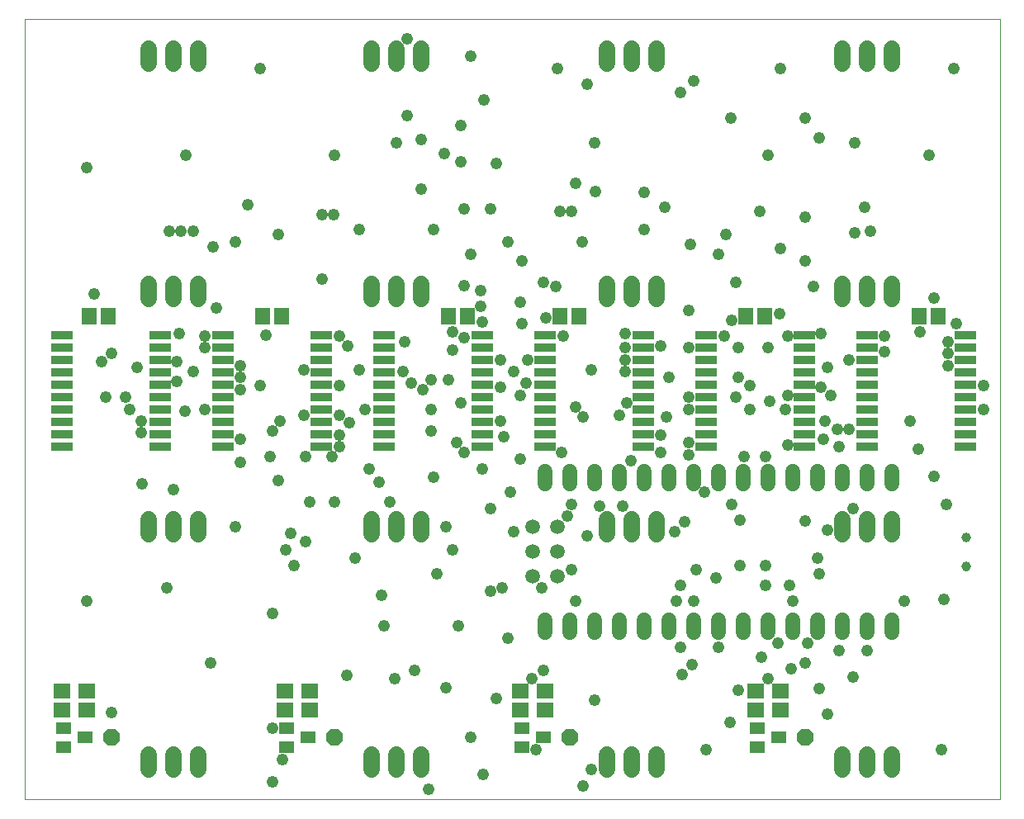
<source format=gbs>
G75*
%MOIN*%
%OFA0B0*%
%FSLAX25Y25*%
%IPPOS*%
%LPD*%
%AMOC8*
5,1,8,0,0,1.08239X$1,22.5*
%
%ADD10C,0.00000*%
%ADD11R,0.08800X0.03400*%
%ADD12C,0.06800*%
%ADD13C,0.05950*%
%ADD14C,0.05950*%
%ADD15OC8,0.06800*%
%ADD16R,0.06312X0.04737*%
%ADD17R,0.06706X0.05918*%
%ADD18R,0.05918X0.06706*%
%ADD19C,0.03950*%
%ADD20C,0.04800*%
D10*
X0001800Y0001800D02*
X0001800Y0316761D01*
X0395501Y0316761D01*
X0395501Y0001800D01*
X0001800Y0001800D01*
X0380225Y0095894D02*
X0380227Y0095973D01*
X0380233Y0096052D01*
X0380243Y0096131D01*
X0380257Y0096209D01*
X0380274Y0096286D01*
X0380296Y0096362D01*
X0380321Y0096437D01*
X0380351Y0096510D01*
X0380383Y0096582D01*
X0380420Y0096653D01*
X0380460Y0096721D01*
X0380503Y0096787D01*
X0380549Y0096851D01*
X0380599Y0096913D01*
X0380652Y0096972D01*
X0380707Y0097028D01*
X0380766Y0097082D01*
X0380827Y0097132D01*
X0380890Y0097180D01*
X0380956Y0097224D01*
X0381024Y0097265D01*
X0381094Y0097302D01*
X0381165Y0097336D01*
X0381239Y0097366D01*
X0381313Y0097392D01*
X0381389Y0097414D01*
X0381466Y0097433D01*
X0381544Y0097448D01*
X0381622Y0097459D01*
X0381701Y0097466D01*
X0381780Y0097469D01*
X0381859Y0097468D01*
X0381938Y0097463D01*
X0382017Y0097454D01*
X0382095Y0097441D01*
X0382172Y0097424D01*
X0382249Y0097404D01*
X0382324Y0097379D01*
X0382398Y0097351D01*
X0382471Y0097319D01*
X0382541Y0097284D01*
X0382610Y0097245D01*
X0382677Y0097202D01*
X0382742Y0097156D01*
X0382804Y0097108D01*
X0382864Y0097056D01*
X0382921Y0097001D01*
X0382975Y0096943D01*
X0383026Y0096883D01*
X0383074Y0096820D01*
X0383119Y0096755D01*
X0383161Y0096687D01*
X0383199Y0096618D01*
X0383233Y0096547D01*
X0383264Y0096474D01*
X0383292Y0096399D01*
X0383315Y0096324D01*
X0383335Y0096247D01*
X0383351Y0096170D01*
X0383363Y0096091D01*
X0383371Y0096013D01*
X0383375Y0095934D01*
X0383375Y0095854D01*
X0383371Y0095775D01*
X0383363Y0095697D01*
X0383351Y0095618D01*
X0383335Y0095541D01*
X0383315Y0095464D01*
X0383292Y0095389D01*
X0383264Y0095314D01*
X0383233Y0095241D01*
X0383199Y0095170D01*
X0383161Y0095101D01*
X0383119Y0095033D01*
X0383074Y0094968D01*
X0383026Y0094905D01*
X0382975Y0094845D01*
X0382921Y0094787D01*
X0382864Y0094732D01*
X0382804Y0094680D01*
X0382742Y0094632D01*
X0382677Y0094586D01*
X0382610Y0094543D01*
X0382541Y0094504D01*
X0382471Y0094469D01*
X0382398Y0094437D01*
X0382324Y0094409D01*
X0382249Y0094384D01*
X0382172Y0094364D01*
X0382095Y0094347D01*
X0382017Y0094334D01*
X0381938Y0094325D01*
X0381859Y0094320D01*
X0381780Y0094319D01*
X0381701Y0094322D01*
X0381622Y0094329D01*
X0381544Y0094340D01*
X0381466Y0094355D01*
X0381389Y0094374D01*
X0381313Y0094396D01*
X0381239Y0094422D01*
X0381165Y0094452D01*
X0381094Y0094486D01*
X0381024Y0094523D01*
X0380956Y0094564D01*
X0380890Y0094608D01*
X0380827Y0094656D01*
X0380766Y0094706D01*
X0380707Y0094760D01*
X0380652Y0094816D01*
X0380599Y0094875D01*
X0380549Y0094937D01*
X0380503Y0095001D01*
X0380460Y0095067D01*
X0380420Y0095135D01*
X0380383Y0095206D01*
X0380351Y0095278D01*
X0380321Y0095351D01*
X0380296Y0095426D01*
X0380274Y0095502D01*
X0380257Y0095579D01*
X0380243Y0095657D01*
X0380233Y0095736D01*
X0380227Y0095815D01*
X0380225Y0095894D01*
X0380225Y0107706D02*
X0380227Y0107785D01*
X0380233Y0107864D01*
X0380243Y0107943D01*
X0380257Y0108021D01*
X0380274Y0108098D01*
X0380296Y0108174D01*
X0380321Y0108249D01*
X0380351Y0108322D01*
X0380383Y0108394D01*
X0380420Y0108465D01*
X0380460Y0108533D01*
X0380503Y0108599D01*
X0380549Y0108663D01*
X0380599Y0108725D01*
X0380652Y0108784D01*
X0380707Y0108840D01*
X0380766Y0108894D01*
X0380827Y0108944D01*
X0380890Y0108992D01*
X0380956Y0109036D01*
X0381024Y0109077D01*
X0381094Y0109114D01*
X0381165Y0109148D01*
X0381239Y0109178D01*
X0381313Y0109204D01*
X0381389Y0109226D01*
X0381466Y0109245D01*
X0381544Y0109260D01*
X0381622Y0109271D01*
X0381701Y0109278D01*
X0381780Y0109281D01*
X0381859Y0109280D01*
X0381938Y0109275D01*
X0382017Y0109266D01*
X0382095Y0109253D01*
X0382172Y0109236D01*
X0382249Y0109216D01*
X0382324Y0109191D01*
X0382398Y0109163D01*
X0382471Y0109131D01*
X0382541Y0109096D01*
X0382610Y0109057D01*
X0382677Y0109014D01*
X0382742Y0108968D01*
X0382804Y0108920D01*
X0382864Y0108868D01*
X0382921Y0108813D01*
X0382975Y0108755D01*
X0383026Y0108695D01*
X0383074Y0108632D01*
X0383119Y0108567D01*
X0383161Y0108499D01*
X0383199Y0108430D01*
X0383233Y0108359D01*
X0383264Y0108286D01*
X0383292Y0108211D01*
X0383315Y0108136D01*
X0383335Y0108059D01*
X0383351Y0107982D01*
X0383363Y0107903D01*
X0383371Y0107825D01*
X0383375Y0107746D01*
X0383375Y0107666D01*
X0383371Y0107587D01*
X0383363Y0107509D01*
X0383351Y0107430D01*
X0383335Y0107353D01*
X0383315Y0107276D01*
X0383292Y0107201D01*
X0383264Y0107126D01*
X0383233Y0107053D01*
X0383199Y0106982D01*
X0383161Y0106913D01*
X0383119Y0106845D01*
X0383074Y0106780D01*
X0383026Y0106717D01*
X0382975Y0106657D01*
X0382921Y0106599D01*
X0382864Y0106544D01*
X0382804Y0106492D01*
X0382742Y0106444D01*
X0382677Y0106398D01*
X0382610Y0106355D01*
X0382541Y0106316D01*
X0382471Y0106281D01*
X0382398Y0106249D01*
X0382324Y0106221D01*
X0382249Y0106196D01*
X0382172Y0106176D01*
X0382095Y0106159D01*
X0382017Y0106146D01*
X0381938Y0106137D01*
X0381859Y0106132D01*
X0381780Y0106131D01*
X0381701Y0106134D01*
X0381622Y0106141D01*
X0381544Y0106152D01*
X0381466Y0106167D01*
X0381389Y0106186D01*
X0381313Y0106208D01*
X0381239Y0106234D01*
X0381165Y0106264D01*
X0381094Y0106298D01*
X0381024Y0106335D01*
X0380956Y0106376D01*
X0380890Y0106420D01*
X0380827Y0106468D01*
X0380766Y0106518D01*
X0380707Y0106572D01*
X0380652Y0106628D01*
X0380599Y0106687D01*
X0380549Y0106749D01*
X0380503Y0106813D01*
X0380460Y0106879D01*
X0380420Y0106947D01*
X0380383Y0107018D01*
X0380351Y0107090D01*
X0380321Y0107163D01*
X0380296Y0107238D01*
X0380274Y0107314D01*
X0380257Y0107391D01*
X0380243Y0107469D01*
X0380233Y0107548D01*
X0380227Y0107627D01*
X0380225Y0107706D01*
D11*
X0381600Y0144300D03*
X0381600Y0149300D03*
X0381600Y0154300D03*
X0381600Y0159300D03*
X0381600Y0164300D03*
X0381600Y0169300D03*
X0381600Y0174300D03*
X0381600Y0179300D03*
X0381600Y0184300D03*
X0381600Y0189300D03*
X0342000Y0189300D03*
X0342000Y0184300D03*
X0342000Y0179300D03*
X0342000Y0174300D03*
X0342000Y0169300D03*
X0342000Y0164300D03*
X0342000Y0159300D03*
X0342000Y0154300D03*
X0342000Y0149300D03*
X0342000Y0144300D03*
X0316600Y0144300D03*
X0316600Y0149300D03*
X0316600Y0154300D03*
X0316600Y0159300D03*
X0316600Y0164300D03*
X0316600Y0169300D03*
X0316600Y0174300D03*
X0316600Y0179300D03*
X0316600Y0184300D03*
X0316600Y0189300D03*
X0277000Y0189300D03*
X0277000Y0184300D03*
X0277000Y0179300D03*
X0277000Y0174300D03*
X0277000Y0169300D03*
X0277000Y0164300D03*
X0277000Y0159300D03*
X0277000Y0154300D03*
X0277000Y0149300D03*
X0277000Y0144300D03*
X0251600Y0144300D03*
X0251600Y0149300D03*
X0251600Y0154300D03*
X0251600Y0159300D03*
X0251600Y0164300D03*
X0251600Y0169300D03*
X0251600Y0174300D03*
X0251600Y0179300D03*
X0251600Y0184300D03*
X0251600Y0189300D03*
X0212000Y0189300D03*
X0212000Y0184300D03*
X0212000Y0179300D03*
X0212000Y0174300D03*
X0212000Y0169300D03*
X0212000Y0164300D03*
X0212000Y0159300D03*
X0212000Y0154300D03*
X0212000Y0149300D03*
X0212000Y0144300D03*
X0186600Y0144300D03*
X0186600Y0149300D03*
X0186600Y0154300D03*
X0186600Y0159300D03*
X0186600Y0164300D03*
X0186600Y0169300D03*
X0186600Y0174300D03*
X0186600Y0179300D03*
X0186600Y0184300D03*
X0186600Y0189300D03*
X0147000Y0189300D03*
X0147000Y0184300D03*
X0147000Y0179300D03*
X0147000Y0174300D03*
X0147000Y0169300D03*
X0147000Y0164300D03*
X0147000Y0159300D03*
X0147000Y0154300D03*
X0147000Y0149300D03*
X0147000Y0144300D03*
X0121600Y0144300D03*
X0121600Y0149300D03*
X0121600Y0154300D03*
X0121600Y0159300D03*
X0121600Y0164300D03*
X0121600Y0169300D03*
X0121600Y0174300D03*
X0121600Y0179300D03*
X0121600Y0184300D03*
X0121600Y0189300D03*
X0082000Y0189300D03*
X0082000Y0184300D03*
X0082000Y0179300D03*
X0082000Y0174300D03*
X0082000Y0169300D03*
X0082000Y0164300D03*
X0082000Y0159300D03*
X0082000Y0154300D03*
X0082000Y0149300D03*
X0082000Y0144300D03*
X0056600Y0144300D03*
X0056600Y0149300D03*
X0056600Y0154300D03*
X0056600Y0159300D03*
X0056600Y0164300D03*
X0056600Y0169300D03*
X0056600Y0174300D03*
X0056600Y0179300D03*
X0056600Y0184300D03*
X0056600Y0189300D03*
X0017000Y0189300D03*
X0017000Y0184300D03*
X0017000Y0179300D03*
X0017000Y0174300D03*
X0017000Y0169300D03*
X0017000Y0164300D03*
X0017000Y0159300D03*
X0017000Y0154300D03*
X0017000Y0149300D03*
X0017000Y0144300D03*
D12*
X0051800Y0114800D02*
X0051800Y0108800D01*
X0061800Y0108800D02*
X0061800Y0114800D01*
X0071800Y0114800D02*
X0071800Y0108800D01*
X0141800Y0108800D02*
X0141800Y0114800D01*
X0151800Y0114800D02*
X0151800Y0108800D01*
X0161800Y0108800D02*
X0161800Y0114800D01*
X0236800Y0114800D02*
X0236800Y0108800D01*
X0246800Y0108800D02*
X0246800Y0114800D01*
X0256800Y0114800D02*
X0256800Y0108800D01*
X0331800Y0108800D02*
X0331800Y0114800D01*
X0341800Y0114800D02*
X0341800Y0108800D01*
X0351800Y0108800D02*
X0351800Y0114800D01*
X0351800Y0203800D02*
X0351800Y0209800D01*
X0341800Y0209800D02*
X0341800Y0203800D01*
X0331800Y0203800D02*
X0331800Y0209800D01*
X0256800Y0209800D02*
X0256800Y0203800D01*
X0246800Y0203800D02*
X0246800Y0209800D01*
X0236800Y0209800D02*
X0236800Y0203800D01*
X0161800Y0203800D02*
X0161800Y0209800D01*
X0151800Y0209800D02*
X0151800Y0203800D01*
X0141800Y0203800D02*
X0141800Y0209800D01*
X0071800Y0209800D02*
X0071800Y0203800D01*
X0061800Y0203800D02*
X0061800Y0209800D01*
X0051800Y0209800D02*
X0051800Y0203800D01*
X0051800Y0298800D02*
X0051800Y0304800D01*
X0061800Y0304800D02*
X0061800Y0298800D01*
X0071800Y0298800D02*
X0071800Y0304800D01*
X0141800Y0304800D02*
X0141800Y0298800D01*
X0151800Y0298800D02*
X0151800Y0304800D01*
X0161800Y0304800D02*
X0161800Y0298800D01*
X0236800Y0298800D02*
X0236800Y0304800D01*
X0246800Y0304800D02*
X0246800Y0298800D01*
X0256800Y0298800D02*
X0256800Y0304800D01*
X0331800Y0304800D02*
X0331800Y0298800D01*
X0341800Y0298800D02*
X0341800Y0304800D01*
X0351800Y0304800D02*
X0351800Y0298800D01*
X0351800Y0019800D02*
X0351800Y0013800D01*
X0341800Y0013800D02*
X0341800Y0019800D01*
X0331800Y0019800D02*
X0331800Y0013800D01*
X0256800Y0013800D02*
X0256800Y0019800D01*
X0246800Y0019800D02*
X0246800Y0013800D01*
X0236800Y0013800D02*
X0236800Y0019800D01*
X0161800Y0019800D02*
X0161800Y0013800D01*
X0151800Y0013800D02*
X0151800Y0019800D01*
X0141800Y0019800D02*
X0141800Y0013800D01*
X0071800Y0013800D02*
X0071800Y0019800D01*
X0061800Y0019800D02*
X0061800Y0013800D01*
X0051800Y0013800D02*
X0051800Y0019800D01*
D13*
X0211800Y0069225D02*
X0211800Y0074375D01*
X0221800Y0074375D02*
X0221800Y0069225D01*
X0231800Y0069225D02*
X0231800Y0074375D01*
X0241800Y0074375D02*
X0241800Y0069225D01*
X0251800Y0069225D02*
X0251800Y0074375D01*
X0261800Y0074375D02*
X0261800Y0069225D01*
X0271800Y0069225D02*
X0271800Y0074375D01*
X0281800Y0074375D02*
X0281800Y0069225D01*
X0291800Y0069225D02*
X0291800Y0074375D01*
X0301800Y0074375D02*
X0301800Y0069225D01*
X0311800Y0069225D02*
X0311800Y0074375D01*
X0321800Y0074375D02*
X0321800Y0069225D01*
X0331800Y0069225D02*
X0331800Y0074375D01*
X0341800Y0074375D02*
X0341800Y0069225D01*
X0351800Y0069225D02*
X0351800Y0074375D01*
X0351800Y0129225D02*
X0351800Y0134375D01*
X0341800Y0134375D02*
X0341800Y0129225D01*
X0331800Y0129225D02*
X0331800Y0134375D01*
X0321800Y0134375D02*
X0321800Y0129225D01*
X0311800Y0129225D02*
X0311800Y0134375D01*
X0301800Y0134375D02*
X0301800Y0129225D01*
X0291800Y0129225D02*
X0291800Y0134375D01*
X0281800Y0134375D02*
X0281800Y0129225D01*
X0271800Y0129225D02*
X0271800Y0134375D01*
X0261800Y0134375D02*
X0261800Y0129225D01*
X0251800Y0129225D02*
X0251800Y0134375D01*
X0241800Y0134375D02*
X0241800Y0129225D01*
X0231800Y0129225D02*
X0231800Y0134375D01*
X0221800Y0134375D02*
X0221800Y0129225D01*
X0211800Y0129225D02*
X0211800Y0134375D01*
D14*
X0206800Y0111800D03*
X0216800Y0111800D03*
X0216800Y0101800D03*
X0216800Y0091800D03*
X0206800Y0091800D03*
X0206800Y0101800D03*
D15*
X0221800Y0026800D03*
X0126800Y0026800D03*
X0036800Y0026800D03*
X0316800Y0026800D03*
D16*
X0306131Y0026800D03*
X0297469Y0023060D03*
X0297469Y0030540D03*
X0211131Y0026800D03*
X0202469Y0023060D03*
X0202469Y0030540D03*
X0116131Y0026800D03*
X0107469Y0023060D03*
X0107469Y0030540D03*
X0026131Y0026800D03*
X0017469Y0023060D03*
X0017469Y0030540D03*
D17*
X0016800Y0038060D03*
X0026800Y0038060D03*
X0026800Y0045540D03*
X0016800Y0045540D03*
X0106800Y0045540D03*
X0106800Y0038060D03*
X0116800Y0038060D03*
X0116800Y0045540D03*
X0201800Y0045540D03*
X0201800Y0038060D03*
X0211800Y0038060D03*
X0211800Y0045540D03*
X0296800Y0045540D03*
X0306800Y0045540D03*
X0306800Y0038060D03*
X0296800Y0038060D03*
D18*
X0293060Y0196800D03*
X0300540Y0196800D03*
X0363060Y0196800D03*
X0370540Y0196800D03*
X0225540Y0196800D03*
X0218060Y0196800D03*
X0180540Y0196800D03*
X0173060Y0196800D03*
X0105540Y0196800D03*
X0098060Y0196800D03*
X0035540Y0196800D03*
X0028060Y0196800D03*
D19*
X0381800Y0107706D03*
X0381800Y0095894D03*
D20*
X0373000Y0082600D03*
X0356800Y0081800D03*
X0341800Y0061800D03*
X0330600Y0061800D03*
X0336200Y0051400D03*
X0322600Y0046600D03*
X0325800Y0036200D03*
X0316800Y0056800D03*
X0311400Y0054600D03*
X0301800Y0050600D03*
X0299400Y0059400D03*
X0305800Y0065000D03*
X0317800Y0065000D03*
X0311800Y0081800D03*
X0310600Y0088200D03*
X0301000Y0088200D03*
X0301000Y0096200D03*
X0290600Y0096200D03*
X0281000Y0091400D03*
X0273000Y0094600D03*
X0266600Y0088200D03*
X0265000Y0081800D03*
X0271800Y0081800D03*
X0266600Y0063400D03*
X0271400Y0056200D03*
X0267400Y0052200D03*
X0281800Y0063400D03*
X0289800Y0045800D03*
X0286600Y0033000D03*
X0276800Y0021800D03*
X0231800Y0041800D03*
X0211400Y0053800D03*
X0206600Y0050600D03*
X0192200Y0042600D03*
X0181800Y0026800D03*
X0186800Y0011800D03*
X0165000Y0005800D03*
X0208200Y0021800D03*
X0230600Y0013800D03*
X0227400Y0007400D03*
X0171800Y0046800D03*
X0159400Y0053800D03*
X0151400Y0050600D03*
X0131800Y0051800D03*
X0146800Y0071800D03*
X0145800Y0084200D03*
X0135400Y0099400D03*
X0115400Y0105800D03*
X0109300Y0109300D03*
X0107400Y0102600D03*
X0110600Y0096200D03*
X0101800Y0076800D03*
X0076800Y0056800D03*
X0101800Y0030600D03*
X0105800Y0017800D03*
X0101800Y0009000D03*
X0036800Y0036800D03*
X0026800Y0081800D03*
X0059400Y0087400D03*
X0086800Y0111800D03*
X0104200Y0130600D03*
X0116800Y0121800D03*
X0126800Y0121800D03*
X0141000Y0135400D03*
X0145000Y0129800D03*
X0149300Y0121800D03*
X0166800Y0131800D03*
X0179400Y0141800D03*
X0176200Y0145800D03*
X0165800Y0150600D03*
X0165800Y0159400D03*
X0162600Y0167400D03*
X0165800Y0171400D03*
X0173000Y0171400D03*
X0177800Y0161800D03*
X0193800Y0168200D03*
X0199400Y0174600D03*
X0204200Y0169800D03*
X0201800Y0165000D03*
X0193800Y0154600D03*
X0195400Y0148200D03*
X0201800Y0139300D03*
X0197800Y0125800D03*
X0189800Y0119400D03*
X0199400Y0109800D03*
X0221000Y0116200D03*
X0222600Y0121000D03*
X0233800Y0120200D03*
X0243400Y0120200D03*
X0229000Y0108200D03*
X0222600Y0094600D03*
X0210600Y0087400D03*
X0224300Y0081800D03*
X0196800Y0066800D03*
X0176800Y0071800D03*
X0189800Y0085800D03*
X0194600Y0087400D03*
X0174600Y0102600D03*
X0171800Y0111800D03*
X0168200Y0093000D03*
X0186600Y0135400D03*
X0218600Y0141800D03*
X0227400Y0156200D03*
X0224200Y0160200D03*
X0241800Y0157000D03*
X0245000Y0161800D03*
X0244200Y0174600D03*
X0244200Y0179400D03*
X0244200Y0184200D03*
X0244200Y0189800D03*
X0258600Y0185000D03*
X0269800Y0184200D03*
X0261800Y0172200D03*
X0269800Y0164200D03*
X0269800Y0159400D03*
X0261000Y0156200D03*
X0258600Y0149000D03*
X0258600Y0141800D03*
X0269800Y0141000D03*
X0269800Y0145800D03*
X0276200Y0125800D03*
X0287400Y0121000D03*
X0290600Y0114600D03*
X0268200Y0113800D03*
X0264200Y0109800D03*
X0246600Y0138600D03*
X0289000Y0164200D03*
X0294600Y0159400D03*
X0302600Y0162600D03*
X0309000Y0159400D03*
X0309800Y0165000D03*
X0323400Y0168200D03*
X0327400Y0165000D03*
X0325000Y0154600D03*
X0329800Y0151400D03*
X0334600Y0151400D03*
X0330600Y0144200D03*
X0324200Y0147400D03*
X0309800Y0145000D03*
X0301000Y0140200D03*
X0292200Y0140200D03*
X0294600Y0169000D03*
X0289800Y0172200D03*
X0289800Y0184200D03*
X0284200Y0189000D03*
X0287400Y0195400D03*
X0301800Y0184200D03*
X0309800Y0189000D03*
X0306600Y0197800D03*
X0320200Y0209000D03*
X0317000Y0219400D03*
X0306800Y0224300D03*
X0316800Y0236800D03*
X0298600Y0239400D03*
X0285000Y0229800D03*
X0281800Y0221800D03*
X0270600Y0225800D03*
X0251800Y0231800D03*
X0260200Y0241000D03*
X0251800Y0246800D03*
X0232200Y0247400D03*
X0224200Y0250600D03*
X0222600Y0239400D03*
X0217800Y0239400D03*
X0226800Y0226800D03*
X0211400Y0210600D03*
X0216200Y0209000D03*
X0212200Y0196200D03*
X0219400Y0189000D03*
X0205000Y0179400D03*
X0193800Y0179400D03*
X0179400Y0188200D03*
X0174600Y0190600D03*
X0174600Y0183400D03*
X0186600Y0194600D03*
X0185800Y0201000D03*
X0185800Y0207400D03*
X0179300Y0209300D03*
X0181800Y0221800D03*
X0196800Y0226800D03*
X0202600Y0219400D03*
X0201800Y0202600D03*
X0202600Y0193800D03*
X0230600Y0175400D03*
X0269800Y0199400D03*
X0289000Y0210600D03*
X0323400Y0189800D03*
X0334600Y0179400D03*
X0325800Y0176200D03*
X0349000Y0182600D03*
X0349000Y0189000D03*
X0363400Y0190600D03*
X0374600Y0186600D03*
X0374600Y0181800D03*
X0374600Y0177000D03*
X0389000Y0169000D03*
X0389000Y0159400D03*
X0359400Y0154600D03*
X0362600Y0143400D03*
X0369000Y0132200D03*
X0373800Y0121000D03*
X0336200Y0119400D03*
X0325800Y0110600D03*
X0316800Y0114300D03*
X0321800Y0099300D03*
X0322600Y0093000D03*
X0371800Y0021800D03*
X0377800Y0193800D03*
X0369000Y0204200D03*
X0343400Y0231400D03*
X0337000Y0230600D03*
X0341000Y0241000D03*
X0366800Y0261800D03*
X0336800Y0266800D03*
X0322600Y0269000D03*
X0316800Y0276800D03*
X0301800Y0261800D03*
X0286800Y0276800D03*
X0271800Y0291800D03*
X0266600Y0287400D03*
X0231800Y0266800D03*
X0229000Y0290600D03*
X0216800Y0296800D03*
X0187400Y0284200D03*
X0177800Y0273800D03*
X0171400Y0262600D03*
X0177800Y0259400D03*
X0192200Y0258600D03*
X0189800Y0240200D03*
X0179400Y0240200D03*
X0166800Y0231800D03*
X0161800Y0248200D03*
X0151800Y0266800D03*
X0161800Y0268200D03*
X0156200Y0277800D03*
X0181800Y0301800D03*
X0156200Y0309000D03*
X0126800Y0261800D03*
X0126600Y0237800D03*
X0121800Y0237800D03*
X0136800Y0231800D03*
X0121800Y0211800D03*
X0104200Y0229800D03*
X0091800Y0241800D03*
X0086800Y0226800D03*
X0077800Y0225000D03*
X0069800Y0231400D03*
X0065000Y0231400D03*
X0060200Y0231400D03*
X0029800Y0205800D03*
X0037000Y0181800D03*
X0033000Y0178600D03*
X0047400Y0176200D03*
X0042600Y0164200D03*
X0044200Y0159400D03*
X0049000Y0154600D03*
X0049000Y0149800D03*
X0066600Y0158600D03*
X0074600Y0159400D03*
X0063400Y0170600D03*
X0069800Y0174600D03*
X0063400Y0178600D03*
X0064200Y0189800D03*
X0074600Y0189000D03*
X0074600Y0184200D03*
X0089000Y0177000D03*
X0089000Y0172200D03*
X0089000Y0167400D03*
X0097000Y0169000D03*
X0114600Y0175400D03*
X0129000Y0169000D03*
X0137000Y0175400D03*
X0132200Y0185000D03*
X0129000Y0189000D03*
X0155400Y0186600D03*
X0154600Y0174600D03*
X0157800Y0169800D03*
X0139400Y0159400D03*
X0133000Y0153800D03*
X0129000Y0157000D03*
X0129000Y0149000D03*
X0129000Y0144200D03*
X0125800Y0140200D03*
X0115400Y0140200D03*
X0101000Y0140200D03*
X0101800Y0150600D03*
X0105000Y0154600D03*
X0114600Y0157000D03*
X0089000Y0147400D03*
X0089000Y0137800D03*
X0061800Y0126800D03*
X0049300Y0129300D03*
X0034600Y0164200D03*
X0079400Y0200200D03*
X0099300Y0189300D03*
X0026800Y0256800D03*
X0066800Y0261800D03*
X0096800Y0296800D03*
X0306800Y0296800D03*
X0376800Y0296800D03*
M02*

</source>
